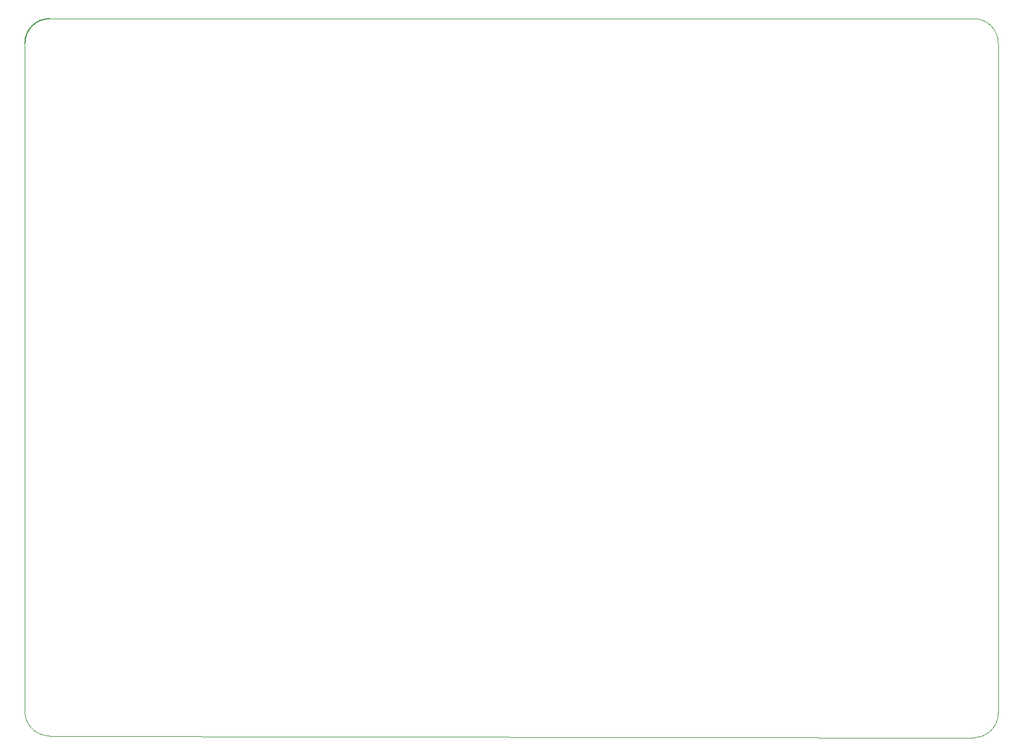
<source format=gm1>
%TF.GenerationSoftware,KiCad,Pcbnew,8.0.4*%
%TF.CreationDate,2024-09-20T12:27:39-05:00*%
%TF.ProjectId,Boost_9_8,426f6f73-745f-4395-9f38-2e6b69636164,rev?*%
%TF.SameCoordinates,Original*%
%TF.FileFunction,Profile,NP*%
%FSLAX46Y46*%
G04 Gerber Fmt 4.6, Leading zero omitted, Abs format (unit mm)*
G04 Created by KiCad (PCBNEW 8.0.4) date 2024-09-20 12:27:39*
%MOMM*%
%LPD*%
G01*
G04 APERTURE LIST*
%TA.AperFunction,Profile*%
%ADD10C,0.100000*%
%TD*%
%TA.AperFunction,Profile*%
%ADD11C,0.150000*%
%TD*%
G04 APERTURE END LIST*
D10*
X155850000Y-43434000D02*
X155850000Y-137668000D01*
X152400000Y-39984000D02*
G75*
G02*
X155850000Y-43434000I0J-3450000D01*
G01*
X22352000Y-39984000D02*
X152400000Y-39984000D01*
X152400000Y-141118000D02*
X22352000Y-140864000D01*
X155850000Y-137668000D02*
G75*
G02*
X152400000Y-141118000I-3450000J0D01*
G01*
X18902000Y-137414000D02*
X18902000Y-43434000D01*
D11*
X18902000Y-43434000D02*
G75*
G02*
X22352000Y-39984000I3450000J0D01*
G01*
D10*
X22352000Y-140864000D02*
G75*
G02*
X18902000Y-137414000I0J3450000D01*
G01*
M02*

</source>
